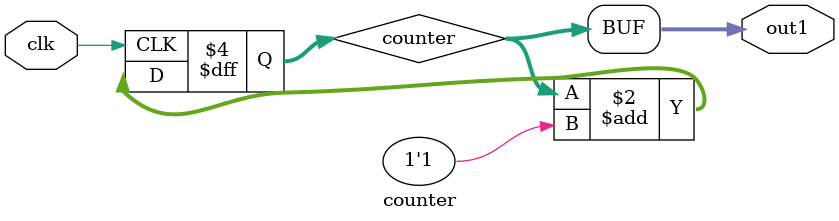
<source format=v>
`timescale 1ns / 1ps

// basic counter
module counter(
    input clk,
    output [3:0] out1
    );
	 
	 reg [3:0] counter;
initial counter = 0;	
always @(posedge clk)
begin
counter <= counter + 1'd1;
end
assign out1 = counter;
endmodule





















</source>
